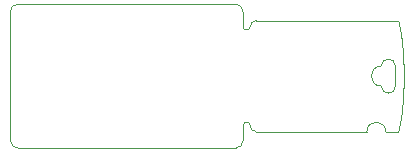
<source format=gm1>
G04 #@! TF.GenerationSoftware,KiCad,Pcbnew,(5.1.6)-1*
G04 #@! TF.CreationDate,2020-12-05T12:50:13+08:00*
G04 #@! TF.ProjectId,qomu-board,716f6d75-2d62-46f6-9172-642e6b696361,rev?*
G04 #@! TF.SameCoordinates,Original*
G04 #@! TF.FileFunction,Profile,NP*
%FSLAX46Y46*%
G04 Gerber Fmt 4.6, Leading zero omitted, Abs format (unit mm)*
G04 Created by KiCad (PCBNEW (5.1.6)-1) date 2020-12-05 12:50:13*
%MOMM*%
%LPD*%
G01*
G04 APERTURE LIST*
G04 #@! TA.AperFunction,Profile*
%ADD10C,0.050000*%
G04 #@! TD*
G04 #@! TA.AperFunction,Profile*
%ADD11C,0.010000*%
G04 #@! TD*
G04 APERTURE END LIST*
D10*
X32773000Y-18616000D02*
G75*
G02*
X32173000Y-18616000I-300000J0D01*
G01*
X32173000Y-27016000D02*
G75*
G02*
X32773000Y-27016000I300000J0D01*
G01*
X32180000Y-28262000D02*
X32173000Y-27016000D01*
X32173000Y-18616000D02*
X32166000Y-17370000D01*
X32180000Y-28262000D02*
G75*
G02*
X31530000Y-28912000I-650000J0D01*
G01*
X13114000Y-28912000D02*
G75*
G02*
X12464000Y-28262000I0J650000D01*
G01*
X12450000Y-17370000D02*
G75*
G02*
X13100000Y-16720000I650000J0D01*
G01*
X31516000Y-16720000D02*
G75*
G02*
X32166000Y-17370000I0J-650000D01*
G01*
X13114000Y-28912000D02*
X31530000Y-28912000D01*
X12450000Y-17370000D02*
X12464000Y-28262000D01*
X31516000Y-16720000D02*
X13100000Y-16720000D01*
X45673000Y-25166000D02*
X45683000Y-25046000D01*
X45683000Y-25046000D02*
X45693000Y-24916000D01*
X45773000Y-23216000D02*
X45773000Y-23086000D01*
X45763000Y-23486000D02*
X45773000Y-23356000D01*
X45443000Y-26896000D02*
X45463000Y-26796000D01*
X45753000Y-23886000D02*
X45763000Y-23756000D01*
X45533000Y-26406000D02*
X45543000Y-26306000D01*
X45543000Y-26306000D02*
X45563000Y-26196000D01*
X45423000Y-26976000D02*
X45443000Y-26896000D01*
X45353000Y-27316000D02*
X45373000Y-27236000D01*
X45603000Y-25876000D02*
X45613000Y-25756000D01*
X45763000Y-23626000D02*
X45763000Y-23486000D01*
X45373000Y-27236000D02*
X45393000Y-27156000D01*
X45633000Y-25646000D02*
X45643000Y-25526000D01*
X45393000Y-27156000D02*
X45403000Y-27066000D01*
X45613000Y-25756000D02*
X45633000Y-25646000D01*
X45773000Y-23086000D02*
X45773000Y-22946000D01*
X45663000Y-25286000D02*
X45673000Y-25166000D01*
X45723000Y-24546000D02*
X45733000Y-24416000D01*
X45493000Y-26606000D02*
X45513000Y-26506000D01*
X45713000Y-24666000D02*
X45723000Y-24546000D01*
X45733000Y-24416000D02*
X45733000Y-24286000D01*
X45703000Y-24796000D02*
X45713000Y-24666000D01*
X45773000Y-22946000D02*
X45773000Y-22816000D01*
X45773000Y-23356000D02*
X45773000Y-23216000D01*
X45563000Y-19436000D02*
X45543000Y-19326000D01*
X45693000Y-24916000D02*
X45703000Y-24796000D01*
X45463000Y-26796000D02*
X45483000Y-26706000D01*
X45563000Y-26196000D02*
X45573000Y-26096000D01*
X45743000Y-24156000D02*
X45753000Y-24026000D01*
X45483000Y-26706000D02*
X45493000Y-26606000D01*
X45593000Y-25986000D02*
X45603000Y-25876000D01*
X45643000Y-25526000D02*
X45653000Y-25406000D01*
X45753000Y-24026000D02*
X45753000Y-23886000D01*
X45573000Y-26096000D02*
X45593000Y-25986000D01*
X45513000Y-26506000D02*
X45533000Y-26406000D01*
X45763000Y-23756000D02*
X45763000Y-23626000D01*
X45653000Y-25406000D02*
X45663000Y-25286000D01*
X45733000Y-24286000D02*
X45743000Y-24156000D01*
X45403000Y-27066000D02*
X45423000Y-26976000D01*
X45483000Y-18926000D02*
X45463000Y-18836000D01*
X45443000Y-18736000D02*
X45423000Y-18656000D01*
X45333000Y-27386000D02*
X45353000Y-27316000D01*
X45373000Y-18396000D02*
X45353000Y-18316000D01*
X45303000Y-27466000D02*
X45333000Y-27386000D01*
X45593000Y-19646000D02*
X45573000Y-19536000D01*
X45543000Y-19326000D02*
X45533000Y-19226000D01*
X45723000Y-21086000D02*
X45713000Y-20966000D01*
X45273000Y-27516000D02*
X45303000Y-27466000D01*
X45763000Y-21876000D02*
X45753000Y-21746000D01*
X45773000Y-22686000D02*
X45773000Y-22546000D01*
X45303000Y-18166000D02*
X45273000Y-18116000D01*
X45693000Y-20716000D02*
X45683000Y-20586000D01*
X45773000Y-22416000D02*
X45773000Y-22276000D01*
X45603000Y-19756000D02*
X45593000Y-19646000D01*
X45733000Y-21216000D02*
X45723000Y-21086000D01*
X45463000Y-18836000D02*
X45443000Y-18736000D01*
X45613000Y-19876000D02*
X45603000Y-19756000D01*
X45743000Y-21476000D02*
X45733000Y-21346000D01*
X45333000Y-18246000D02*
X45303000Y-18166000D01*
X45663000Y-20346000D02*
X45653000Y-20226000D01*
X45773000Y-22546000D02*
X45773000Y-22416000D01*
X45753000Y-21746000D02*
X45753000Y-21606000D01*
X45753000Y-21606000D02*
X45743000Y-21476000D01*
X45353000Y-18316000D02*
X45333000Y-18246000D01*
X45733000Y-21346000D02*
X45733000Y-21216000D01*
X45403000Y-18566000D02*
X45393000Y-18476000D01*
X45773000Y-22816000D02*
X45773000Y-22686000D01*
X45533000Y-19226000D02*
X45513000Y-19126000D01*
X45633000Y-19986000D02*
X45613000Y-19876000D01*
X45673000Y-20466000D02*
X45663000Y-20346000D01*
X45643000Y-20106000D02*
X45633000Y-19986000D01*
X45683000Y-20586000D02*
X45673000Y-20466000D01*
X45773000Y-22276000D02*
X45763000Y-22146000D01*
X45423000Y-18656000D02*
X45403000Y-18566000D01*
X45393000Y-18476000D02*
X45373000Y-18396000D01*
X45493000Y-19026000D02*
X45483000Y-18926000D01*
X45513000Y-19126000D02*
X45493000Y-19026000D01*
X45763000Y-22006000D02*
X45763000Y-21876000D01*
X45713000Y-20966000D02*
X45703000Y-20836000D01*
X45703000Y-20836000D02*
X45693000Y-20716000D01*
X45763000Y-22146000D02*
X45763000Y-22006000D01*
X45573000Y-19536000D02*
X45563000Y-19436000D01*
X45653000Y-20226000D02*
X45643000Y-20106000D01*
X33273000Y-18116000D02*
X45273000Y-18116000D01*
X32773000Y-27016000D02*
G75*
G03*
X33273000Y-27516000I500000J0D01*
G01*
D11*
X45073000Y-23666000D02*
G75*
G02*
X43873000Y-23666000I-600000J0D01*
G01*
X45073000Y-21966000D02*
G75*
G03*
X43873000Y-21966000I-600000J0D01*
G01*
X43873000Y-21966000D02*
G75*
G03*
X43873000Y-23666000I0J-850000D01*
G01*
D10*
X44248000Y-27516000D02*
G75*
G03*
X42648000Y-27516000I-800000J0D01*
G01*
X44248000Y-27516000D02*
X45273000Y-27516000D01*
D11*
X45073000Y-21966000D02*
X45073000Y-23666000D01*
D10*
X33273000Y-18116000D02*
G75*
G03*
X32773000Y-18616000I0J-500000D01*
G01*
X33273000Y-27516000D02*
X42648000Y-27516000D01*
M02*

</source>
